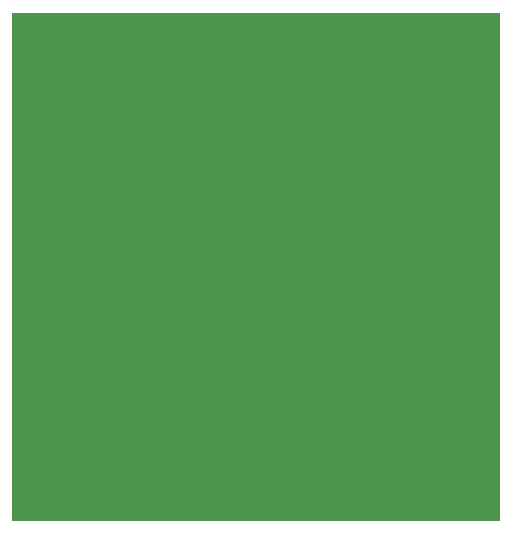
<source format=gbl>
G04 ===== Begin FILE IDENTIFICATION =====*
G04 File Format:  Gerber RS274X*
G04 ===== End FILE IDENTIFICATION =====*
%FSLAX24Y24*%
%MOIN*%
%SFA1.0000B1.0000*%
%OFA0.0B0.0*%
%ADD14R,1.625000X1.695000*%
%LNcond2*%
%IPPOS*%
%LPD*%
G75*
D14*
X-2975Y-925D03*
M02*


</source>
